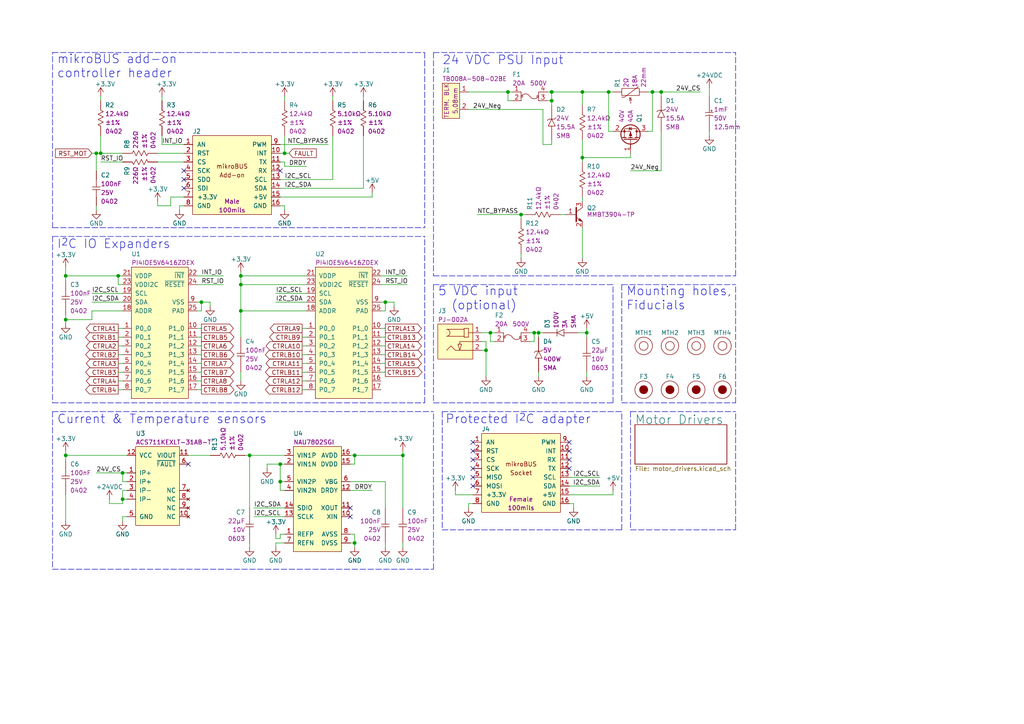
<source format=kicad_sch>
(kicad_sch (version 20211123) (generator eeschema)
  (paper "A4")
  (title_block (title "${title}") (date "${year}-${month}-${day}") (rev "${rev}") (company "${company}") (comment 1 "${author}"))
  (junction (at 147.32 26.67))
  (junction (at 19.05 92.71))
  (junction (at 160.02 26.67))
  (junction (at 27.94 44.45))
  (junction (at 176.53 26.67))
  (junction (at 82.55 44.45))
  (junction (at 81.28 134.62))
  (junction (at 191.77 26.67))
  (junction (at 81.28 139.7))
  (junction (at 140.97 101.6))
  (junction (at 156.21 96.52))
  (junction (at 29.21 44.45))
  (junction (at 111.76 87.63))
  (junction (at 160.02 29.21))
  (junction (at 116.84 132.08))
  (junction (at 35.56 137.16))
  (junction (at 34.29 80.01))
  (junction (at 72.39 132.08))
  (junction (at 69.85 90.17))
  (junction (at 19.05 132.08))
  (junction (at 102.87 157.48))
  (junction (at 189.23 26.67))
  (junction (at 58.42 87.63))
  (junction (at 35.56 144.78))
  (junction (at 154.94 96.52))
  (junction (at 168.91 26.67))
  (junction (at 170.18 96.52))
  (junction (at 142.24 96.52))
  (junction (at 69.85 82.55))
  (junction (at 19.05 80.01))
  (junction (at 102.87 132.08))
  (junction (at 151.13 62.23))
  (junction (at 69.85 80.01))
  (junction (at 168.91 45.72))
  (no_connect (at 81.28 49.53))
  (no_connect (at 137.16 135.89))
  (no_connect (at 165.1 135.89))
  (no_connect (at 137.16 128.27))
  (no_connect (at 53.34 54.61))
  (no_connect (at 137.16 140.97))
  (no_connect (at 165.1 133.35))
  (no_connect (at 137.16 130.81))
  (no_connect (at 101.6 147.32))
  (no_connect (at 165.1 128.27))
  (no_connect (at 53.34 52.07))
  (no_connect (at 137.16 133.35))
  (no_connect (at 165.1 130.81))
  (no_connect (at 137.16 138.43))
  (no_connect (at 53.34 49.53))
  (no_connect (at 101.6 149.86))
  (no_connect (at 54.61 134.62))
  (wire (pts (xy 81.28 41.91) (xy 95.25 41.91)))
  (wire (pts (xy 82.55 27.94) (xy 82.55 29.21)))
  (wire (pts (xy 81.28 142.24) (xy 82.55 142.24)))
  (wire (pts (xy 135.89 31.75) (xy 157.48 31.75)))
  (wire (pts (xy 82.55 139.7) (xy 81.28 139.7)))
  (polyline (pts (xy 125.73 15.24) (xy 213.36 15.24)))
  (wire (pts (xy 36.83 149.86) (xy 35.56 149.86)))
  (wire (pts (xy 140.97 99.06) (xy 140.97 101.6)))
  (wire (pts (xy 45.72 59.69) (xy 49.53 59.69)))
  (wire (pts (xy 72.39 132.08) (xy 71.12 132.08)))
  (wire (pts (xy 154.94 96.52) (xy 156.21 96.52)))
  (wire (pts (xy 147.32 26.67) (xy 148.59 26.67)))
  (wire (pts (xy 81.28 139.7) (xy 81.28 142.24)))
  (wire (pts (xy 111.76 95.25) (xy 110.49 95.25)))
  (wire (pts (xy 165.1 138.43) (xy 173.99 138.43)))
  (wire (pts (xy 187.96 26.67) (xy 189.23 26.67)))
  (wire (pts (xy 101.6 142.24) (xy 107.95 142.24)))
  (wire (pts (xy 114.3 87.63) (xy 114.3 88.9)))
  (wire (pts (xy 81.28 134.62) (xy 81.28 139.7)))
  (wire (pts (xy 177.8 38.1) (xy 176.53 38.1)))
  (wire (pts (xy 168.91 26.67) (xy 168.91 30.48)))
  (wire (pts (xy 45.72 59.69) (xy 45.72 58.42)))
  (polyline (pts (xy 15.24 119.38) (xy 125.73 119.38)))
  (wire (pts (xy 73.66 149.86) (xy 82.55 149.86)))
  (wire (pts (xy 81.28 59.69) (xy 82.55 59.69)))
  (wire (pts (xy 26.67 44.45) (xy 27.94 44.45)))
  (wire (pts (xy 160.02 40.64) (xy 160.02 41.91)))
  (wire (pts (xy 139.7 101.6) (xy 140.97 101.6)))
  (wire (pts (xy 58.42 110.49) (xy 57.15 110.49)))
  (wire (pts (xy 189.23 26.67) (xy 191.77 26.67)))
  (wire (pts (xy 160.02 26.67) (xy 168.91 26.67)))
  (wire (pts (xy 35.56 144.78) (xy 36.83 144.78)))
  (wire (pts (xy 34.29 107.95) (xy 35.56 107.95)))
  (wire (pts (xy 111.76 157.48) (xy 111.76 158.75)))
  (wire (pts (xy 35.56 144.78) (xy 35.56 146.05)))
  (wire (pts (xy 116.84 130.81) (xy 116.84 132.08)))
  (wire (pts (xy 111.76 87.63) (xy 114.3 87.63)))
  (wire (pts (xy 60.96 87.63) (xy 60.96 88.9)))
  (wire (pts (xy 137.16 146.05) (xy 135.89 146.05)))
  (wire (pts (xy 34.29 80.01) (xy 34.29 82.55)))
  (wire (pts (xy 82.55 44.45) (xy 83.82 44.45)))
  (polyline (pts (xy 15.24 66.04) (xy 15.24 15.24)))
  (wire (pts (xy 31.75 146.05) (xy 35.56 146.05)))
  (wire (pts (xy 153.67 99.06) (xy 154.94 99.06)))
  (wire (pts (xy 132.08 143.51) (xy 132.08 142.24)))
  (wire (pts (xy 69.85 107.95) (xy 69.85 110.49)))
  (wire (pts (xy 138.43 62.23) (xy 151.13 62.23)))
  (wire (pts (xy 170.18 96.52) (xy 170.18 97.79)))
  (wire (pts (xy 45.72 44.45) (xy 53.34 44.45)))
  (wire (pts (xy 139.7 96.52) (xy 142.24 96.52)))
  (wire (pts (xy 73.66 147.32) (xy 82.55 147.32)))
  (wire (pts (xy 111.76 90.17) (xy 111.76 87.63)))
  (wire (pts (xy 177.8 143.51) (xy 177.8 142.24)))
  (wire (pts (xy 72.39 147.32) (xy 72.39 132.08)))
  (wire (pts (xy 191.77 49.53) (xy 191.77 38.1)))
  (wire (pts (xy 34.29 102.87) (xy 35.56 102.87)))
  (wire (pts (xy 88.9 82.55) (xy 69.85 82.55)))
  (wire (pts (xy 87.63 110.49) (xy 88.9 110.49)))
  (wire (pts (xy 81.28 52.07) (xy 96.52 52.07)))
  (wire (pts (xy 31.75 144.78) (xy 31.75 146.05)))
  (wire (pts (xy 19.05 143.51) (xy 19.05 151.13)))
  (wire (pts (xy 36.83 139.7) (xy 35.56 139.7)))
  (wire (pts (xy 116.84 132.08) (xy 116.84 147.32)))
  (wire (pts (xy 34.29 80.01) (xy 35.56 80.01)))
  (wire (pts (xy 69.85 90.17) (xy 69.85 82.55)))
  (wire (pts (xy 87.63 102.87) (xy 88.9 102.87)))
  (wire (pts (xy 148.59 29.21) (xy 147.32 29.21)))
  (wire (pts (xy 111.76 100.33) (xy 110.49 100.33)))
  (wire (pts (xy 165.1 140.97) (xy 173.99 140.97)))
  (polyline (pts (xy 177.8 116.84) (xy 177.8 82.55)))
  (wire (pts (xy 35.56 137.16) (xy 36.83 137.16)))
  (polyline (pts (xy 213.36 116.84) (xy 213.36 82.55)))
  (polyline (pts (xy 128.27 119.38) (xy 128.27 153.67)))
  (wire (pts (xy 87.63 113.03) (xy 88.9 113.03)))
  (wire (pts (xy 81.28 46.99) (xy 82.55 46.99)))
  (wire (pts (xy 19.05 92.71) (xy 19.05 93.98)))
  (wire (pts (xy 58.42 95.25) (xy 57.15 95.25)))
  (wire (pts (xy 82.55 48.26) (xy 82.55 46.99)))
  (wire (pts (xy 87.63 100.33) (xy 88.9 100.33)))
  (wire (pts (xy 88.9 80.01) (xy 69.85 80.01)))
  (wire (pts (xy 49.53 57.15) (xy 49.53 59.69)))
  (wire (pts (xy 182.88 45.72) (xy 168.91 45.72)))
  (wire (pts (xy 34.29 100.33) (xy 35.56 100.33)))
  (polyline (pts (xy 182.88 119.38) (xy 182.88 153.67)))
  (wire (pts (xy 35.56 90.17) (xy 26.67 90.17)))
  (wire (pts (xy 182.88 49.53) (xy 191.77 49.53)))
  (polyline (pts (xy 15.24 15.24) (xy 123.19 15.24)))
  (wire (pts (xy 154.94 96.52) (xy 154.94 99.06)))
  (wire (pts (xy 29.21 46.99) (xy 35.56 46.99)))
  (wire (pts (xy 53.34 57.15) (xy 49.53 57.15)))
  (polyline (pts (xy 125.73 80.01) (xy 213.36 80.01)))
  (wire (pts (xy 187.96 38.1) (xy 189.23 38.1)))
  (polyline (pts (xy 182.88 119.38) (xy 213.36 119.38)))
  (wire (pts (xy 153.67 96.52) (xy 154.94 96.52)))
  (polyline (pts (xy 128.27 119.38) (xy 180.34 119.38)))
  (wire (pts (xy 80.01 156.21) (xy 81.28 156.21)))
  (wire (pts (xy 111.76 105.41) (xy 110.49 105.41)))
  (wire (pts (xy 160.02 26.67) (xy 160.02 29.21)))
  (wire (pts (xy 81.28 44.45) (xy 82.55 44.45)))
  (wire (pts (xy 82.55 134.62) (xy 81.28 134.62)))
  (wire (pts (xy 69.85 90.17) (xy 88.9 90.17)))
  (wire (pts (xy 80.01 157.48) (xy 82.55 157.48)))
  (polyline (pts (xy 213.36 153.67) (xy 213.36 119.38)))
  (wire (pts (xy 105.41 39.37) (xy 105.41 54.61)))
  (wire (pts (xy 158.75 26.67) (xy 160.02 26.67)))
  (wire (pts (xy 19.05 133.35) (xy 19.05 132.08)))
  (wire (pts (xy 81.28 134.62) (xy 77.47 134.62)))
  (wire (pts (xy 135.89 146.05) (xy 135.89 147.32)))
  (wire (pts (xy 57.15 90.17) (xy 58.42 90.17)))
  (wire (pts (xy 54.61 132.08) (xy 60.96 132.08)))
  (wire (pts (xy 101.6 154.94) (xy 102.87 154.94)))
  (wire (pts (xy 168.91 26.67) (xy 176.53 26.67)))
  (wire (pts (xy 102.87 157.48) (xy 102.87 158.75)))
  (polyline (pts (xy 180.34 153.67) (xy 180.34 119.38)))
  (wire (pts (xy 110.49 90.17) (xy 111.76 90.17)))
  (wire (pts (xy 165.1 143.51) (xy 177.8 143.51)))
  (wire (pts (xy 35.56 82.55) (xy 34.29 82.55)))
  (wire (pts (xy 26.67 85.09) (xy 35.56 85.09)))
  (polyline (pts (xy 125.73 15.24) (xy 125.73 80.01)))
  (polyline (pts (xy 125.73 116.84) (xy 177.8 116.84)))
  (polyline (pts (xy 180.34 82.55) (xy 213.36 82.55)))
  (wire (pts (xy 81.28 156.21) (xy 81.28 154.94)))
  (wire (pts (xy 170.18 107.95) (xy 170.18 109.22)))
  (wire (pts (xy 110.49 87.63) (xy 111.76 87.63)))
  (polyline (pts (xy 123.19 116.84) (xy 123.19 68.58)))
  (polyline (pts (xy 182.88 153.67) (xy 213.36 153.67)))
  (wire (pts (xy 77.47 134.62) (xy 77.47 135.89)))
  (wire (pts (xy 19.05 130.81) (xy 19.05 132.08)))
  (wire (pts (xy 27.94 59.69) (xy 27.94 60.96)))
  (wire (pts (xy 19.05 80.01) (xy 19.05 77.47)))
  (wire (pts (xy 82.55 59.69) (xy 82.55 60.96)))
  (wire (pts (xy 57.15 87.63) (xy 58.42 87.63)))
  (wire (pts (xy 34.29 95.25) (xy 35.56 95.25)))
  (wire (pts (xy 165.1 146.05) (xy 166.37 146.05)))
  (wire (pts (xy 205.74 25.4) (xy 205.74 27.94)))
  (wire (pts (xy 72.39 132.08) (xy 82.55 132.08)))
  (wire (pts (xy 29.21 44.45) (xy 35.56 44.45)))
  (wire (pts (xy 19.05 92.71) (xy 26.67 92.71)))
  (polyline (pts (xy 15.24 119.38) (xy 15.24 165.1)))
  (wire (pts (xy 19.05 80.01) (xy 34.29 80.01)))
  (wire (pts (xy 167.64 96.52) (xy 170.18 96.52)))
  (wire (pts (xy 19.05 91.44) (xy 19.05 92.71)))
  (wire (pts (xy 36.83 142.24) (xy 35.56 142.24)))
  (wire (pts (xy 156.21 96.52) (xy 156.21 97.79)))
  (wire (pts (xy 205.74 38.1) (xy 205.74 39.37)))
  (wire (pts (xy 34.29 113.03) (xy 35.56 113.03)))
  (wire (pts (xy 96.52 27.94) (xy 96.52 29.21)))
  (wire (pts (xy 151.13 73.66) (xy 151.13 74.93)))
  (polyline (pts (xy 125.73 82.55) (xy 177.8 82.55)))
  (wire (pts (xy 35.56 139.7) (xy 35.56 137.16)))
  (wire (pts (xy 87.63 105.41) (xy 88.9 105.41)))
  (wire (pts (xy 58.42 113.03) (xy 57.15 113.03)))
  (wire (pts (xy 111.76 97.79) (xy 110.49 97.79)))
  (wire (pts (xy 19.05 81.28) (xy 19.05 80.01)))
  (wire (pts (xy 168.91 66.04) (xy 168.91 74.93)))
  (wire (pts (xy 45.72 46.99) (xy 53.34 46.99)))
  (wire (pts (xy 46.99 27.94) (xy 46.99 29.21)))
  (wire (pts (xy 147.32 29.21) (xy 147.32 26.67)))
  (wire (pts (xy 27.94 49.53) (xy 27.94 44.45)))
  (wire (pts (xy 170.18 95.25) (xy 170.18 96.52)))
  (wire (pts (xy 189.23 26.67) (xy 189.23 38.1)))
  (wire (pts (xy 176.53 26.67) (xy 177.8 26.67)))
  (wire (pts (xy 160.02 29.21) (xy 160.02 30.48)))
  (wire (pts (xy 80.01 154.94) (xy 80.01 156.21)))
  (polyline (pts (xy 125.73 165.1) (xy 125.73 119.38)))
  (wire (pts (xy 87.63 95.25) (xy 88.9 95.25)))
  (wire (pts (xy 19.05 132.08) (xy 36.83 132.08)))
  (wire (pts (xy 116.84 157.48) (xy 116.84 158.75)))
  (wire (pts (xy 135.89 26.67) (xy 147.32 26.67)))
  (wire (pts (xy 101.6 132.08) (xy 102.87 132.08)))
  (wire (pts (xy 69.85 90.17) (xy 69.85 97.79)))
  (polyline (pts (xy 180.34 116.84) (xy 213.36 116.84)))
  (wire (pts (xy 102.87 154.94) (xy 102.87 157.48)))
  (wire (pts (xy 80.01 157.48) (xy 80.01 158.75)))
  (wire (pts (xy 116.84 132.08) (xy 102.87 132.08)))
  (wire (pts (xy 156.21 107.95) (xy 156.21 109.22)))
  (wire (pts (xy 58.42 87.63) (xy 60.96 87.63)))
  (wire (pts (xy 168.91 45.72) (xy 168.91 46.99)))
  (wire (pts (xy 58.42 105.41) (xy 57.15 105.41)))
  (wire (pts (xy 151.13 62.23) (xy 152.4 62.23)))
  (wire (pts (xy 101.6 134.62) (xy 102.87 134.62)))
  (wire (pts (xy 81.28 54.61) (xy 105.41 54.61)))
  (wire (pts (xy 101.6 157.48) (xy 102.87 157.48)))
  (wire (pts (xy 139.7 99.06) (xy 140.97 99.06)))
  (wire (pts (xy 151.13 62.23) (xy 151.13 63.5)))
  (wire (pts (xy 80.01 87.63) (xy 88.9 87.63)))
  (wire (pts (xy 26.67 87.63) (xy 35.56 87.63)))
  (wire (pts (xy 35.56 142.24) (xy 35.56 144.78)))
  (wire (pts (xy 191.77 26.67) (xy 191.77 27.94)))
  (wire (pts (xy 176.53 26.67) (xy 176.53 38.1)))
  (wire (pts (xy 57.15 80.01) (xy 64.77 80.01)))
  (wire (pts (xy 110.49 82.55) (xy 118.11 82.55)))
  (polyline (pts (xy 15.24 68.58) (xy 123.19 68.58)))
  (wire (pts (xy 143.51 99.06) (xy 142.24 99.06)))
  (wire (pts (xy 81.28 154.94) (xy 82.55 154.94)))
  (polyline (pts (xy 123.19 15.24) (xy 123.19 66.04)))
  (wire (pts (xy 168.91 45.72) (xy 168.91 40.64)))
  (wire (pts (xy 142.24 96.52) (xy 143.51 96.52)))
  (wire (pts (xy 110.49 80.01) (xy 118.11 80.01)))
  (wire (pts (xy 35.56 149.86) (xy 35.56 151.13)))
  (wire (pts (xy 156.21 96.52) (xy 157.48 96.52)))
  (wire (pts (xy 87.63 97.79) (xy 88.9 97.79)))
  (wire (pts (xy 157.48 41.91) (xy 157.48 31.75)))
  (polyline (pts (xy 125.73 82.55) (xy 125.73 116.84)))
  (wire (pts (xy 58.42 100.33) (xy 57.15 100.33)))
  (wire (pts (xy 82.55 48.26) (xy 88.9 48.26)))
  (wire (pts (xy 105.41 27.94) (xy 105.41 29.21)))
  (wire (pts (xy 57.15 82.55) (xy 64.77 82.55)))
  (wire (pts (xy 72.39 157.48) (xy 72.39 158.75)))
  (wire (pts (xy 140.97 101.6) (xy 140.97 109.22)))
  (polyline (pts (xy 128.27 153.67) (xy 180.34 153.67)))
  (polyline (pts (xy 15.24 66.04) (xy 123.19 66.04)))
  (wire (pts (xy 34.29 110.49) (xy 35.56 110.49)))
  (wire (pts (xy 160.02 41.91) (xy 157.48 41.91)))
  (polyline (pts (xy 213.36 80.01) (xy 213.36 15.24)))
  (polyline (pts (xy 15.24 116.84) (xy 123.19 116.84)))
  (wire (pts (xy 96.52 39.37) (xy 96.52 52.07)))
  (wire (pts (xy 52.07 60.96) (xy 52.07 59.69)))
  (wire (pts (xy 58.42 102.87) (xy 57.15 102.87)))
  (polyline (pts (xy 180.34 82.55) (xy 180.34 116.84)))
  (wire (pts (xy 46.99 39.37) (xy 46.99 41.91)))
  (wire (pts (xy 102.87 134.62) (xy 102.87 132.08)))
  (wire (pts (xy 81.28 57.15) (xy 107.95 57.15)))
  (wire (pts (xy 182.88 44.45) (xy 182.88 45.72)))
  (polyline (pts (xy 15.24 165.1) (xy 125.73 165.1)))
  (wire (pts (xy 52.07 59.69) (xy 53.34 59.69)))
  (wire (pts (xy 29.21 27.94) (xy 29.21 29.21)))
  (wire (pts (xy 58.42 107.95) (xy 57.15 107.95)))
  (wire (pts (xy 69.85 80.01) (xy 69.85 78.74)))
  (wire (pts (xy 27.94 44.45) (xy 29.21 44.45)))
  (wire (pts (xy 166.37 146.05) (xy 166.37 147.32)))
  (wire (pts (xy 111.76 107.95) (xy 110.49 107.95)))
  (wire (pts (xy 29.21 39.37) (xy 29.21 44.45)))
  (wire (pts (xy 162.56 62.23) (xy 163.83 62.23)))
  (wire (pts (xy 158.75 29.21) (xy 160.02 29.21)))
  (wire (pts (xy 34.29 97.79) (xy 35.56 97.79)))
  (wire (pts (xy 137.16 143.51) (xy 132.08 143.51)))
  (wire (pts (xy 35.56 137.16) (xy 27.94 137.16)))
  (wire (pts (xy 168.91 57.15) (xy 168.91 58.42)))
  (wire (pts (xy 191.77 26.67) (xy 203.2 26.67)))
  (wire (pts (xy 26.67 90.17) (xy 26.67 92.71)))
  (wire (pts (xy 58.42 87.63) (xy 58.42 90.17)))
  (wire (pts (xy 82.55 39.37) (xy 82.55 44.45)))
  (wire (pts (xy 80.01 85.09) (xy 88.9 85.09)))
  (wire (pts (xy 34.29 105.41) (xy 35.56 105.41)))
  (wire (pts (xy 46.99 41.91) (xy 53.34 41.91)))
  (wire (pts (xy 101.6 139.7) (xy 111.76 139.7)))
  (wire (pts (xy 69.85 82.55) (xy 69.85 80.01)))
  (wire (pts (xy 142.24 99.06) (xy 142.24 96.52)))
  (wire (pts (xy 107.95 55.88) (xy 107.95 57.15)))
  (polyline (pts (xy 15.24 68.58) (xy 15.24 116.84)))
  (wire (pts (xy 58.42 97.79) (xy 57.15 97.79)))
  (wire (pts (xy 87.63 107.95) (xy 88.9 107.95)))
  (wire (pts (xy 111.76 139.7) (xy 111.76 147.32)))
  (wire (pts (xy 111.76 102.87) (xy 110.49 102.87)))
  (text "24 VDC PSU Input" (at 128.27 19.05 0) (effects (font (size 2.54 2.54)) (justify left bottom)))
  (text "5 VDC input \n  (optional)" (at 127 90.17 0) (effects (font (size 2.54 2.54)) (justify left bottom)))
  (text "Protected I^{2}C adapter" (at 171.45 123.19 180) (effects (font (size 2.54 2.54)) (justify right bottom)))
  (text "I^{2}C IO Expanders" (at 16.51 72.39 0) (effects (font (size 2.54 2.54)) (justify left bottom)))
  (text "mikroBUS add-on\ncontroller header" (at 16.51 22.86 0) (effects (font (size 2.54 2.54)) (justify left bottom)))
  (text "Mounting holes, \nFiducials" (at 181.61 90.17 0) (effects (font (size 2.54 2.54)) (justify left bottom)))
  (text "Current & Temperature sensors" (at 16.51 123.19 0) (effects (font (size 2.54 2.54)) (justify left bottom)))
  (label "I2C_SDA" (at 80.01 87.63 0))
  (label "I2C_SCL" (at 73.66 149.86 0))
  (label "I2C_SDA" (at 26.67 87.63 0))
  (label "NTC_BYPASS" (at 95.25 41.91 180))
  (label "24V_Neg" (at 137.16 31.75 0))
  (label "24V_Neg" (at 182.88 49.53 0))
  (label "INT_IO" (at 46.99 41.91 0))
  (label "INT_IO" (at 111.76 80.01 0))
  (label "24V_CS" (at 27.94 137.16 0))
  (label "I2C_SCL" (at 173.99 138.43 180))
  (label "RST_IO" (at 111.76 82.55 0))
  (label "I2C_SDA" (at 73.66 147.32 0))
  (label "RST_IO" (at 29.21 46.99 0))
  (label "I2C_SDA" (at 173.99 140.97 180))
  (label "I2C_SCL" (at 80.01 85.09 0))
  (label "24V_CS" (at 203.2 26.67 180))
  (label "INT_IO" (at 58.42 80.01 0))
  (label "I2C_SCL" (at 82.55 52.07 0))
  (label "RST_IO" (at 58.42 82.55 0))
  (label "I2C_SCL" (at 26.67 85.09 0))
  (label "DRDY" (at 88.9 48.26 180))
  (label "DRDY" (at 107.95 142.24 180))
  (label "I2C_SDA" (at 82.55 54.61 0))
  (label "NTC_BYPASS" (at 138.43 62.23 0))
  (global_label "CTRLA11" (shape output) (at 87.63 105.41 180) (property "Intersheet References" "${INTERSHEET_REFS}" (effects hide)))
  (global_label "CTRLB6" (shape output) (at 58.42 102.87 0) (property "Intersheet References" "${INTERSHEET_REFS}" (effects hide)))
  (global_label "CTRLA15" (shape output) (at 111.76 105.41 0) (property "Intersheet References" "${INTERSHEET_REFS}" (effects hide)))
  (global_label "CTRLA9" (shape output) (at 87.63 95.25 180) (property "Intersheet References" "${INTERSHEET_REFS}" (effects hide)))
  (global_label "RST_MOT" (shape input) (at 26.67 44.45 180) (property "Intersheet References" "${INTERSHEET_REFS}" (effects hide)))
  (global_label "CTRLA6" (shape output) (at 58.42 100.33 0) (property "Intersheet References" "${INTERSHEET_REFS}" (effects hide)))
  (global_label "CTRLB2" (shape output) (at 34.29 102.87 180) (property "Intersheet References" "${INTERSHEET_REFS}" (effects hide)))
  (global_label "CTRLA5" (shape output) (at 58.42 95.25 0) (property "Intersheet References" "${INTERSHEET_REFS}" (effects hide)))
  (global_label "CTRLB1" (shape output) (at 34.29 97.79 180) (property "Intersheet References" "${INTERSHEET_REFS}" (effects hide)))
  (global_label "CTRLB4" (shape output) (at 34.29 113.03 180) (property "Intersheet References" "${INTERSHEET_REFS}" (effects hide)))
  (global_label "CTRLB13" (shape output) (at 111.76 97.79 0) (property "Intersheet References" "${INTERSHEET_REFS}" (effects hide)))
  (global_label "CTRLA12" (shape output) (at 87.63 110.49 180) (property "Intersheet References" "${INTERSHEET_REFS}" (effects hide)))
  (global_label "CTRLA10" (shape output) (at 87.63 100.33 180) (property "Intersheet References" "${INTERSHEET_REFS}" (effects hide)))
  (global_label "CTRLB12" (shape output) (at 87.63 113.03 180) (property "Intersheet References" "${INTERSHEET_REFS}" (effects hide)))
  (global_label "CTRLB14" (shape output) (at 111.76 102.87 0) (property "Intersheet References" "${INTERSHEET_REFS}" (effects hide)))
  (global_label "CTRLB8" (shape output) (at 58.42 113.03 0) (property "Intersheet References" "${INTERSHEET_REFS}" (effects hide)))
  (global_label "CTRLA7" (shape output) (at 58.42 105.41 0) (property "Intersheet References" "${INTERSHEET_REFS}" (effects hide)))
  (global_label "CTRLA4" (shape output) (at 34.29 110.49 180) (property "Intersheet References" "${INTERSHEET_REFS}" (effects hide)))
  (global_label "CTRLB9" (shape output) (at 87.63 97.79 180) (property "Intersheet References" "${INTERSHEET_REFS}" (effects hide)))
  (global_label "CTRLA14" (shape output) (at 111.76 100.33 0) (property "Intersheet References" "${INTERSHEET_REFS}" (effects hide)))
  (global_label "CTRLB5" (shape output) (at 58.42 97.79 0) (property "Intersheet References" "${INTERSHEET_REFS}" (effects hide)))
  (global_label "CTRLB3" (shape output) (at 34.29 107.95 180) (property "Intersheet References" "${INTERSHEET_REFS}" (effects hide)))
  (global_label "CTRLB11" (shape output) (at 87.63 107.95 180) (property "Intersheet References" "${INTERSHEET_REFS}" (effects hide)))
  (global_label "CTRLA3" (shape output) (at 34.29 105.41 180) (property "Intersheet References" "${INTERSHEET_REFS}" (effects hide)))
  (global_label "CTRLA1" (shape output) (at 34.29 95.25 180) (property "Intersheet References" "${INTERSHEET_REFS}" (effects hide)))
  (global_label "CTRLA13" (shape output) (at 111.76 95.25 0) (property "Intersheet References" "${INTERSHEET_REFS}" (effects hide)))
  (global_label "CTRLA2" (shape output) (at 34.29 100.33 180) (property "Intersheet References" "${INTERSHEET_REFS}" (effects hide)))
  (global_label "CTRLA8" (shape output) (at 58.42 110.49 0) (property "Intersheet References" "${INTERSHEET_REFS}" (effects hide)))
  (global_label "CTRLB7" (shape output) (at 58.42 107.95 0) (property "Intersheet References" "${INTERSHEET_REFS}" (effects hide)))
  (global_label "CTRLB15" (shape output) (at 111.76 107.95 0) (property "Intersheet References" "${INTERSHEET_REFS}" (effects hide)))
  (global_label "CTRLB10" (shape output) (at 87.63 102.87 180) (property "Intersheet References" "${INTERSHEET_REFS}" (effects hide)))
  (global_label "FAULT" (shape input) (at 83.82 44.45 0) (property "Intersheet References" "${INTERSHEET_REFS}" (effects hide)))
  (symbol (lib_id "power:GND") (at 102.87 158.75 0) (unit 1)
    (property "Reference" "#PWR038" (effects hide))
    (property "Value" "GND" (at 102.87 162.56 0))
  )
  (symbol (lib_id "connaxio-diodes:DIO_TVS_5V_UNI_SMA") (at 156.21 102.87 0) (unit 1)
    (property "Reference" "D4" (at 157.48 99.06 0) (effects (justify left)))
    (property "Value" "DIO_TVS_5V_UNI_SMA" (effects hide))
    (property "Footprint" "connaxio-diodes:DO-214AC_SMA" (effects hide))
    (property "Datasheet" "https://www.littelfuse.com/~/media/electronics/datasheets/tvs_diodes/littelfuse_tvs_diode_smaj_datasheet.pdf.pdf" (effects hide))
    (property "Current" "43.5A" (effects hide))
    (property "Manufacturer" "Littelfuse Inc." (effects hide))
    (property "Manufacturer Part Number" "SMAJ5.0A" (effects hide))
    (property "Package" "SMA" (at 157.48 106.68 0) (effects (justify left)))
    (property "Temperature" "-65°C to +150°C" (effects hide))
    (property "Polarized" "Yes" (effects hide))
    (property "Voltage" "5V" (at 157.48 101.6 0) (effects (justify left)))
    (property "Power" "400W" (at 157.48 104.14 0) (effects (justify left)))
  )
  (symbol (lib_id "connaxio-diodes:DIO_TVS_24V_UNI_SMB") (at 160.02 35.56 0) (unit 1)
    (property "Reference" "D2" (at 161.29 31.75 0) (effects (justify left)))
    (property "Value" "DIO_TVS_24V_UNI_SMB" (effects hide))
    (property "Footprint" "connaxio-diodes:DO-124AA_SMB" (effects hide))
    (property "Datasheet" "https://www.littelfuse.com/~/media/electronics/datasheets/tvs_diodes/littelfuse_tvs_diode_smbj_datasheet.pdf.pdf" (effects hide))
    (property "Current" "15.5A" (at 161.29 36.83 0) (effects (justify left)))
    (property "Manufacturer" "Littelfuse Inc." (effects hide))
    (property "Manufacturer Part Number" "SMBJ24A" (effects hide))
    (property "Package" "SMB" (at 161.29 39.37 0) (effects (justify left)))
    (property "Temperature" "-65°C to +150°C" (effects hide))
    (property "Polarized" "Yes" (effects hide))
    (property "Voltage" "24V" (at 161.29 34.29 0) (effects (justify left)))
  )
  (symbol (lib_id "power:+3.3V") (at 69.85 78.74 0) (unit 1)
    (property "Reference" "#PWR016" (effects hide))
    (property "Value" "+3.3V" (at 69.85 75.184 0))
  )
  (symbol (lib_id "power:+3.3V") (at 46.99 27.94 0) (unit 1)
    (property "Reference" "#PWR03" (effects hide))
    (property "Value" "+3.3V" (at 48.26 24.384 0))
  )
  (symbol (lib_id "connaxio-resistors:NTC_SL22 2R018") (at 182.88 26.67 90) (unit 1)
    (property "Reference" "R1" (at 179.07 25.4 0) (effects (justify left)))
    (property "Value" "NTC_SL22 2R018" (effects hide))
    (property "Footprint" "connaxio-resistors:RV_DISC_D22_W6_P7.8" (effects hide))
    (property "Datasheet" "https://www.ametherm.com/datasheetspdf/SL222R018.pdf" (effects hide))
    (property "Manufacturer" "Stackpole Electronics Inc" (effects hide))
    (property "Manufacturer Part Number" "SL22 2R018" (effects hide))
    (property "Package" "22mm" (at 186.69 25.4 0) (effects (justify left)))
    (property "Polarized" "No" (effects hide))
    (property "Power" "1/16W" (effects hide))
    (property "Property" "2Ω" (at 181.61 25.4 0) (effects (justify left)))
    (property "Temperature" "-55°C to +214°C" (effects hide))
    (property "Tolerance" "20%" (effects hide))
    (property "Voltage" "50V" (effects hide))
    (property "Current" "18A" (at 184.15 25.4 0) (effects (justify left)))
  )
  (symbol (lib_id "power:+5V") (at 177.8 142.24 0) (unit 1)
    (property "Reference" "#PWR029" (effects hide))
    (property "Value" "+5V" (at 177.8 138.684 0))
  )
  (symbol (lib_id "connaxio-resistors:RES_5.10KΩ_1%_0402") (at 105.41 34.29 0) (unit 1)
    (property "Reference" "R6" (at 106.68 30.48 0) (effects (justify left)))
    (property "Value" "RES_5.10KΩ_1%_0402" (effects hide))
    (property "Footprint" "connaxio-resistors:RES_0402_1005M" (effects hide))
    (property "Datasheet" "https://www.seielect.com/catalog/sei-rmcf_rmcp.pdf" (effects hide))
    (property "Manufacturer" "Stackpole Electronics Inc" (effects hide))
    (property "Manufacturer Part Number" "RMCF0402FT5K10" (effects hide))
    (property "Package" "0402" (at 106.68 38.1 0) (effects (justify left)))
    (property "Polarized" "No" (effects hide))
    (property "Power" "1/16W" (effects hide))
    (property "Property" "5.10kΩ" (at 106.68 33.02 0) (effects (justify left)))
    (property "Temperature" "-55°C to +155°C" (effects hide))
    (property "Tolerance" "±1%" (at 106.68 35.56 0) (effects (justify left)))
    (property "Voltage" "50V" (effects hide))
  )
  (symbol (lib_id "power:GND") (at 205.74 39.37 0) (unit 1)
    (property "Reference" "#PWR07" (effects hide))
    (property "Value" "GND" (at 205.74 43.18 0))
  )
  (symbol (lib_id "power:GND") (at 19.05 151.13 0) (unit 1)
    (property "Reference" "#PWR033" (effects hide))
    (property "Value" "GND" (at 19.05 154.94 0))
  )
  (symbol (lib_id "connaxio-transistors:TRX_NPN_MMBT3904-TP") (at 167.64 62.23 0) (unit 1)
    (property "Reference" "Q2" (at 170.18 60.325 0) (effects (justify left)))
    (property "Value" "TRX_NPN_MMBT3904-TP" (effects hide))
    (property "Footprint" "connaxio-sop:SOT-23-3" (effects hide))
    (property "Datasheet" "https://www.mccsemi.com/pdf/Products/MMBT3904(SOT-23).pdf" (effects hide))
    (property "Current" "200mA" (effects hide))
    (property "Manufacturer" "Micro Commercial Co" (effects hide))
    (property "Manufacturer Part Number" "MMBT3904-TP" (at 170.18 62.23 0) (effects (justify left)))
    (property "Package" "SOT-23-3" (effects hide))
    (property "Polarized" "No" (effects hide))
    (property "Temperature" "-55°C to +150°C" (effects hide))
    (property "Voltage" "40V" (effects hide))
    (property "Property" "NPN" (effects hide))
  )
  (symbol (lib_id "power:GND") (at 156.21 109.22 0) (unit 1)
    (property "Reference" "#PWR022" (effects hide))
    (property "Value" "GND" (at 156.21 113.03 0))
  )
  (symbol (lib_id "power:GND") (at 168.91 74.93 0) (unit 1)
    (property "Reference" "#PWR014" (effects hide))
    (property "Value" "GND" (at 168.91 78.74 0))
  )
  (symbol (lib_id "connaxio-mechanical:FID_1X3") (at 201.93 113.03 0) (unit 1) (in_bom no)
    (property "Reference" "F5" (at 201.93 109.22 0))
    (property "Value" "FID_1X3" (effects hide))
    (property "Footprint" "connaxio-mechanical:FID_1X3" (effects hide))
  )
  (symbol (lib_id "connaxio-connectors:FUS_BLADE_MINI_3588-1") (at 153.67 27.94 0) (unit 1)
    (property "Reference" "F1" (at 148.59 21.59 0) (effects (justify left)))
    (property "Value" "FUS_BLADE_MINI_3588-1" (effects hide))
    (property "Footprint" "connaxio-connectors:FUS_BLADE_MINI_3588-1" (effects hide))
    (property "Datasheet" "http://www.keystoneelectronics.net/ENG._DEPT/WEB_ORACLE/PDF/PDF%20CAT%20NO%20DRAWINGS/3000-3999/3588-1.PDF" (effects hide))
    (property "Current" "20A" (at 148.59 24.13 0) (effects (justify left)))
    (property "Polarized" "No" (effects hide))
    (property "Voltage" "500V" (at 153.67 24.13 0) (effects (justify left)))
    (property "Note" "Female" (effects hide))
    (property "Package" "TH" (effects hide))
    (property "Manufacturer" "Keystone Electronics" (effects hide))
    (property "Manufacturer Part Number" "3588-1" (effects hide))
  )
  (symbol (lib_id "connaxio-mechanical:MTH_M5_NPTH") (at 209.55 100.33 0) (unit 1) (in_bom no)
    (property "Reference" "MTH4" (at 209.55 96.52 0))
    (property "Value" "MTH_M5_NPTH" (effects hide))
    (property "Footprint" "connaxio-mechanical:MTH_M5_NPTH" (effects hide))
    (property "Property" "5.5mm" (effects hide))
  )
  (symbol (lib_id "power:+3.3V") (at 45.72 58.42 0) (unit 1)
    (property "Reference" "#PWR09" (effects hide))
    (property "Value" "+3.3V" (at 45.72 54.864 0))
  )
  (symbol (lib_id "connaxio-capacitors:CAP_CER_22UF_10V_0603") (at 72.39 152.4 0) (mirror y) (unit 1)
    (property "Reference" "C7" (at 71.12 148.59 0) (effects (justify left)))
    (property "Value" "CAP_CER_22UF_10V_0603" (effects hide))
    (property "Footprint" "connaxio-capacitors:CAP_CER_0603_1608M" (effects hide))
    (property "Datasheet" "https://media.digikey.com/pdf/Data%20Sheets/Samsung%20PDFs/CL10A226MP8NUNC_Spec.pdf" (effects hide))
    (property "Property" "22µF" (at 71.12 151.13 0) (effects (justify left)))
    (property "Manufacturer" "Samsung Electro-Mechanics" (effects hide))
    (property "Manufacturer Part Number" "CL10A226MP8NUNE" (effects hide))
    (property "Package" "0603" (at 71.12 156.21 0) (effects (justify left)))
    (property "Polarized" "No" (effects hide))
    (property "Temperature" "-55°C to +85°C" (effects hide))
    (property "Tolerance" "±20%" (effects hide))
    (property "Voltage" "10V" (at 71.12 153.67 0) (effects (justify left)))
  )
  (symbol (lib_id "connaxio-power:+24VDC") (at 31.75 144.78 0) (unit 1)
    (property "Reference" "#PWR030" (effects hide))
    (property "Value" "+24VDC" (at 31.75 141.224 0))
  )
  (symbol (lib_id "power:+3.3V") (at 29.21 27.94 0) (unit 1)
    (property "Reference" "#PWR02" (effects hide))
    (property "Value" "+3.3V" (at 30.48 24.384 0))
  )
  (symbol (lib_id "power:GND") (at 166.37 147.32 0) (unit 1)
    (property "Reference" "#PWR032" (effects hide))
    (property "Value" "GND" (at 166.37 151.13 0))
  )
  (symbol (lib_id "power:GND") (at 80.01 158.75 0) (unit 1)
    (property "Reference" "#PWR037" (effects hide))
    (property "Value" "GND" (at 80.01 162.56 0))
  )
  (symbol (lib_id "power:+5V") (at 107.95 55.88 0) (unit 1)
    (property "Reference" "#PWR08" (effects hide))
    (property "Value" "+5V" (at 107.95 52.324 0))
  )
  (symbol (lib_id "power:+3.3V") (at 80.01 154.94 0) (unit 1)
    (property "Reference" "#PWR035" (effects hide))
    (property "Value" "+3.3V" (at 80.01 151.384 0))
  )
  (symbol (lib_id "connaxio-capacitors:CAP_CER_100NF_25V_0402") (at 19.05 138.43 0) (unit 1)
    (property "Reference" "C6" (at 20.32 134.62 0) (effects (justify left)))
    (property "Value" "CAP_CER_100NF_25V_0402" (effects hide))
    (property "Footprint" "connaxio-capacitors:CAP_CER_0402_1005M" (effects hide))
    (property "Datasheet" "https://media.digikey.com/pdf/Data%20Sheets/Samsung%20PDFs/CL05A104KA5NNNC.pdf" (effects hide))
    (property "Property" "100nF" (at 20.32 137.16 0) (effects (justify left)))
    (property "Manufacturer" "Samsung Electro-Mechanics" (effects hide))
    (property "Manufacturer Part Number" "CL05A104KA5NNNC" (effects hide))
    (property "Package" "0402" (at 20.32 142.24 0) (effects (justify left)))
    (property "Polarized" "No" (effects hide))
    (property "Temperature" "-55°C to +85°C" (effects hide))
    (property "Tolerance" "±10%" (effects hide))
    (property "Voltage" "25V" (at 20.32 139.7 0) (effects (justify left)))
  )
  (symbol (lib_id "connaxio-ic:IO_EXP_PI4IOE5V6416ZDEX") (at 91.44 77.47 0) (unit 1)
    (property "Reference" "U2" (at 91.44 73.66 0) (effects (justify left)))
    (property "Value" "IO_EXP_PI4IOE5V6416ZDEX" (effects hide))
    (property "Footprint" "connaxio-fp:QFN-24_4x4_P0.5_EP2.7X2.7" (effects hide))
    (property "Datasheet" "https://www.diodes.com/assets/Datasheets/PI4IOE5V6416.pdf" (effects hide))
    (property "Manufacturer" "Diodes Incorporated" (effects hide))
    (property "Manufacturer Part Number" "PI4IOE5V6416ZDEX" (at 91.44 76.2 0) (effects (justify left)))
    (property "Package" "24-VFQFN-EP" (effects hide))
    (property "Polarized" "Yes" (effects hide))
    (property "RoHS" "Yes" (effects hide))
    (property "Temperature" "-40°C to +85°C" (effects hide))
    (property "Voltage" "1.65V to 5.5V" (effects hide))
  )
  (symbol (lib_id "connaxio-resistors:RES_12.4KΩ_1%_0402") (at 82.55 34.29 0) (unit 1)
    (property "Reference" "R4" (at 83.82 30.48 0) (effects (justify left)))
    (property "Value" "RES_12.4KΩ_1%_0402" (effects hide))
    (property "Footprint" "connaxio-resistors:RES_0402_1005M" (effects hide))
    (property "Datasheet" "https://www.seielect.com/catalog/sei-rmcf_rmcp.pdf" (effects hide))
    (property "Manufacturer" "Stackpole Electronics Inc" (effects hide))
    (property "Manufacturer Part Number" "RMCF0402FT12K4" (effects hide))
    (property "Package" "0402" (at 83.82 38.1 0) (effects (justify left)))
    (property "Polarized" "No" (effects hide))
    (property "Power" "1/16W" (effects hide))
    (property "Property" "12.4kΩ" (at 83.82 33.02 0) (effects (justify left)))
    (property "Temperature" "-55°C to +155°C" (effects hide))
    (property "Tolerance" "±1%" (at 83.82 35.56 0) (effects (justify left)))
    (property "Voltage" "50V" (effects hide))
  )
  (symbol (lib_id "power:GND") (at 27.94 60.96 0) (unit 1)
    (property "Reference" "#PWR010" (effects hide))
    (property "Value" "GND" (at 27.94 64.77 0))
  )
  (symbol (lib_id "power:GND") (at 170.18 109.22 0) (unit 1)
    (property "Reference" "#PWR023" (effects hide))
    (property "Value" "GND" (at 170.18 113.03 0))
  )
  (symbol (lib_id "connaxio-resistors:RES_5.10KΩ_1%_0402") (at 66.04 132.08 90) (unit 1)
    (property "Reference" "R13" (at 62.23 130.81 0) (effects (justify left)))
    (property "Value" "RES_5.10KΩ_1%_0402" (effects hide))
    (property "Footprint" "connaxio-resistors:RES_0402_1005M" (effects hide))
    (property "Datasheet" "https://www.seielect.com/catalog/sei-rmcf_rmcp.pdf" (effects hide))
    (property "Manufacturer" "Stackpole Electronics Inc" (effects hide))
    (property "Manufacturer Part Number" "RMCF0402FT5K10" (effects hide))
    (property "Package" "0402" (at 69.85 130.81 0) (effects (justify left)))
    (property "Polarized" "No" (effects hide))
    (property "Power" "1/16W" (effects hide))
    (property "Property" "5.10kΩ" (at 64.77 130.81 0) (effects (justify left)))
    (property "Temperature" "-55°C to +155°C" (effects hide))
    (property "Tolerance" "±1%" (at 67.31 130.81 0) (effects (justify left)))
    (property "Voltage" "50V" (effects hide))
  )
  (symbol (lib_id "connaxio-connectors:CON_BARREL_2.1X5.5_PJ-002A") (at 127 93.98 0) (unit 1)
    (property "Reference" "J3" (at 127 90.17 0) (effects (justify left)))
    (property "Value" "CON_BARREL_2.1X5.5_PJ-002A" (effects hide))
    (property "Footprint" "connaxio-connectors:CON_BARREL_2.1X5.5_PJ-002A" (effects hide))
    (property "Datasheet" "https://www.cuidevices.com/product/resource/pj-002a.pdf" (effects hide))
    (property "Current" "2.5A" (effects hide))
    (property "Manufacturer" "CUI Devices" (effects hide))
    (property "Manufacturer Part Number" "PJ-002A" (at 127 92.71 0) (effects (justify left)))
    (property "Polarized" "Yes" (effects hide))
    (property "RoHS" "Yes" (effects hide))
    (property "Temperature" "-25°C ~ 85°C" (effects hide))
    (property "Voltage" "24V" (effects hide))
  )
  (symbol (lib_id "power:+3.3V") (at 82.55 27.94 0) (unit 1)
    (property "Reference" "#PWR04" (effects hide))
    (property "Value" "+3.3V" (at 82.55 24.384 0))
  )
  (symbol (lib_id "power:GND") (at 140.97 109.22 0) (unit 1)
    (property "Reference" "#PWR021" (effects hide))
    (property "Value" "GND" (at 140.97 113.03 0))
  )
  (symbol (lib_id "connaxio-resistors:RES_226Ω_1%_0402") (at 40.64 46.99 90) (mirror x) (unit 1)
    (property "Reference" "R9" (at 36.83 48.26 0) (effects (justify left)))
    (property "Value" "RES_226Ω_1%_0402" (effects hide))
    (property "Footprint" "connaxio-resistors:RES_0402_1005M" (effects hide))
    (property "Datasheet" "https://www.seielect.com/catalog/sei-rmcf_rmcp.pdf" (effects hide))
    (property "Manufacturer" "Stackpole Electronics Inc" (effects hide))
    (property "Manufacturer Part Number" "RMCF0402FT226R" (effects hide))
    (property "Package" "0402" (at 44.45 48.26 0) (effects (justify left)))
    (property "Polarized" "No" (effects hide))
    (property "Power" "1/16W" (effects hide))
    (property "Property" "226Ω" (at 39.37 48.26 0) (effects (justify left)))
    (property "Temperature" "-55°C to +155°C" (effects hide))
    (property "Tolerance" "±1%" (at 41.91 48.26 0) (effects (justify left)))
    (property "Voltage" "50V" (effects hide))
  )
  (symbol (lib_id "connaxio-connectors:CON_HDR_MIKROBUS_ADDON_TH") (at 55.88 39.37 0) (unit 1)
    (property "Reference" "J2" (at 55.88 38.1 0) (effects (justify left)))
    (property "Value" "CON_HDR_MIKROBUS_ADDON_TH" (effects hide))
    (property "Footprint" "connaxio-connectors:CON_HDR_MIKROBUS_ADDON_TH" (effects hide))
    (property "Current" "3A" (effects hide))
    (property "Polarized" "No" (effects hide))
    (property "Temperature" "-40°C to +105°C" (effects hide))
    (property "Property" "100mils" (at 67.31 60.96 0))
    (property "Voltage" "350V" (effects hide))
    (property "Note" "Male" (at 67.31 58.42 0))
    (property "Package" "TH" (effects hide))
  )
  (symbol (lib_id "power:GND") (at 35.56 151.13 0) (unit 1)
    (property "Reference" "#PWR034" (effects hide))
    (property "Value" "GND" (at 35.56 154.94 0))
  )
  (symbol (lib_id "connaxio-resistors:RES_12.4KΩ_1%_0402") (at 29.21 34.29 0) (unit 1)
    (property "Reference" "R2" (at 30.48 30.48 0) (effects (justify left)))
    (property "Value" "RES_12.4KΩ_1%_0402" (effects hide))
    (property "Footprint" "connaxio-resistors:RES_0402_1005M" (effects hide))
    (property "Datasheet" "https://www.seielect.com/catalog/sei-rmcf_rmcp.pdf" (effects hide))
    (property "Manufacturer" "Stackpole Electronics Inc" (effects hide))
    (property "Manufacturer Part Number" "RMCF0402FT12K4" (effects hide))
    (property "Package" "0402" (at 30.48 38.1 0) (effects (justify left)))
    (property "Polarized" "No" (effects hide))
    (property "Power" "1/16W" (effects hide))
    (property "Property" "12.4kΩ" (at 30.48 33.02 0) (effects (justify left)))
    (property "Temperature" "-55°C to +155°C" (effects hide))
    (property "Tolerance" "±1%" (at 30.48 35.56 0) (effects (justify left)))
    (property "Voltage" "50V" (effects hide))
  )
  (symbol (lib_id "power:GND") (at 116.84 158.75 0) (unit 1)
    (property "Reference" "#PWR040" (effects hide))
    (property "Value" "GND" (at 116.84 162.56 0))
  )
  (symbol (lib_id "power:GND") (at 52.07 60.96 0) (unit 1)
    (property "Reference" "#PWR011" (effects hide))
    (property "Value" "GND" (at 52.07 64.77 0))
  )
  (symbol (lib_id "connaxio-power:+24VDC") (at 205.74 25.4 0) (unit 1)
    (property "Reference" "#PWR01" (effects hide))
    (property "Value" "+24VDC" (at 205.74 21.844 0))
  )
  (symbol (lib_id "power:+3.3V") (at 19.05 77.47 0) (unit 1)
    (property "Reference" "#PWR015" (effects hide))
    (property "Value" "+3.3V" (at 19.05 73.914 0))
  )
  (symbol (lib_id "power:+3.3V") (at 132.08 142.24 0) (unit 1)
    (property "Reference" "#PWR028" (effects hide))
    (property "Value" "+3.3V" (at 132.08 138.684 0))
  )
  (symbol (lib_id "connaxio-resistors:RES_12.4KΩ_1%_0402") (at 168.91 35.56 0) (unit 1)
    (property "Reference" "R7" (at 170.18 31.75 0) (effects (justify left)))
    (property "Value" "RES_12.4KΩ_1%_0402" (effects hide))
    (property "Footprint" "connaxio-resistors:RES_0402_1005M" (effects hide))
    (property "Datasheet" "https://www.seielect.com/catalog/sei-rmcf_rmcp.pdf" (effects hide))
    (property "Manufacturer" "Stackpole Electronics Inc" (effects hide))
    (property "Manufacturer Part Number" "RMCF0402FT12K4" (effects hide))
    (property "Package" "0402" (at 170.18 39.37 0) (effects (justify left)))
    (property "Polarized" "No" (effects hide))
    (property "Power" "1/16W" (effects hide))
    (property "Property" "12.4kΩ" (at 170.18 34.29 0) (effects (justify left)))
    (property "Temperature" "-55°C to +155°C" (effects hide))
    (property "Tolerance" "±1%" (at 170.18 36.83 0) (effects (justify left)))
    (property "Voltage" "50V" (effects hide))
  )
  (symbol (lib_id "connaxio-mechanical:MTH_M5_NPTH") (at 194.31 100.33 0) (unit 1) (in_bom no)
    (property "Reference" "MTH2" (at 194.31 96.52 0))
    (property "Value" "MTH_M5_NPTH" (effects hide))
    (property "Footprint" "connaxio-mechanical:MTH_M5_NPTH" (effects hide))
    (property "Property" "5.5mm" (effects hide))
  )
  (symbol (lib_id "connaxio-resistors:RES_12.4KΩ_1%_0402") (at 168.91 52.07 0) (unit 1)
    (property "Reference" "R10" (at 170.18 48.26 0) (effects (justify left)))
    (property "Value" "RES_12.4KΩ_1%_0402" (effects hide))
    (property "Footprint" "connaxio-resistors:RES_0402_1005M" (effects hide))
    (property "Datasheet" "https://www.seielect.com/catalog/sei-rmcf_rmcp.pdf" (effects hide))
    (property "Manufacturer" "Stackpole Electronics Inc" (effects hide))
    (property "Manufacturer Part Number" "RMCF0402FT12K4" (effects hide))
    (property "Package" "0402" (at 170.18 55.88 0) (effects (justify left)))
    (property "Polarized" "No" (effects hide))
    (property "Power" "1/16W" (effects hide))
    (property "Property" "12.4kΩ" (at 170.18 50.8 0) (effects (justify left)))
    (property "Temperature" "-55°C to +155°C" (effects hide))
    (property "Tolerance" "±1%" (at 170.18 53.34 0) (effects (justify left)))
    (property "Voltage" "50V" (effects hide))
  )
  (symbol (lib_id "connaxio-capacitors:CAP_AE_1MF_50V_TH_12.5MM") (at 205.74 33.02 0) (unit 1)
    (property "Reference" "C1" (at 207.01 29.21 0) (effects (justify left)))
    (property "Value" "CAP_AE_1MF_50V_TH_12.5MM" (effects hide))
    (property "Footprint" "connaxio-capacitors:CAPAE_RAD_D12.5_H26.5_P5" (effects hide))
    (property "Datasheet" "https://www.rubycon.co.jp/wp-content/uploads/catalog-aluminum/PK.pdf" (effects hide))
    (property "Property" "1mF" (at 207.01 31.75 0) (effects (justify left)))
    (property "Current" "1.3A at 120Hz" (effects hide))
    (property "Manufacturer" "Rubycon" (effects hide))
    (property "Manufacturer Part Number" "50PK1000MEFCCC12.5X25" (effects hide))
    (property "Package" "12.5mm" (at 207.01 36.83 0) (effects (justify left)))
    (property "Polarized" "Yes" (effects hide))
    (property "Temperature" "-40°C to +85°C" (effects hide))
    (property "Tolerance" "±20%" (effects hide))
    (property "Voltage" "50V" (at 207.01 34.29 0) (effects (justify left)))
  )
  (symbol (lib_id "connaxio-connectors:CON_HDR_MIKROBUS_SOCKET_TH") (at 139.7 125.73 0) (unit 1)
    (property "Reference" "J4" (at 139.7 124.46 0) (effects (justify left)))
    (property "Value" "CON_HDR_MIKROBUS_SOCKET_TH" (effects hide))
    (property "Footprint" "connaxio-connectors:CON_HDR_MIKROBUS_SOCKET_TH" (effects hide))
    (property "Current" "3A" (effects hide))
    (property "Polarized" "No" (effects hide))
    (property "Temperature" "-40°C to +105°C" (effects hide))
    (property "Property" "100mils" (at 151.13 147.32 0))
    (property "Voltage" "350V" (effects hide))
    (property "Note" "Female" (at 151.13 144.78 0))
    (property "Package" "TH" (effects hide))
  )
  (symbol (lib_id "connaxio-connectors:FUS_BLADE_MINI_3588-1") (at 148.59 97.79 0) (unit 1)
    (property "Reference" "F2" (at 143.51 91.44 0) (effects (justify left)))
    (property "Value" "FUS_BLADE_MINI_3588-1" (effects hide))
    (property "Footprint" "connaxio-connectors:FUS_BLADE_MINI_3588-1" (effects hide))
    (property "Datasheet" "http://www.keystoneelectronics.net/ENG._DEPT/WEB_ORACLE/PDF/PDF%20CAT%20NO%20DRAWINGS/3000-3999/3588-1.PDF" (effects hide))
    (property "Current" "20A" (at 143.51 93.98 0) (effects (justify left)))
    (property "Polarized" "No" (effects hide))
    (property "Voltage" "500V" (at 148.59 93.98 0) (effects (justify left)))
    (property "Note" "Female" (effects hide))
    (property "Package" "TH" (effects hide))
    (property "Manufacturer" "Keystone Electronics" (effects hide))
    (property "Manufacturer Part Number" "3588-1" (effects hide))
  )
  (symbol (lib_id "power:+3.3V") (at 96.52 27.94 0) (unit 1)
    (property "Reference" "#PWR05" (effects hide))
    (property "Value" "+3.3V" (at 96.52 24.384 0))
  )
  (symbol (lib_id "power:GND") (at 19.05 93.98 0) (unit 1)
    (property "Reference" "#PWR019" (effects hide))
    (property "Value" "GND" (at 19.05 97.79 0))
  )
  (symbol (lib_id "power:GND") (at 69.85 110.49 0) (unit 1)
    (property "Reference" "#PWR024" (effects hide))
    (property "Value" "GND" (at 69.85 114.3 0))
  )
  (symbol (lib_id "connaxio-resistors:RES_5.10KΩ_1%_0402") (at 96.52 34.29 0) (unit 1)
    (property "Reference" "R5" (at 97.79 30.48 0) (effects (justify left)))
    (property "Value" "RES_5.10KΩ_1%_0402" (effects hide))
    (property "Footprint" "connaxio-resistors:RES_0402_1005M" (effects hide))
    (property "Datasheet" "https://www.seielect.com/catalog/sei-rmcf_rmcp.pdf" (effects hide))
    (property "Manufacturer" "Stackpole Electronics Inc" (effects hide))
    (property "Manufacturer Part Number" "RMCF0402FT5K10" (effects hide))
    (property "Package" "0402" (at 97.79 38.1 0) (effects (justify left)))
    (property "Polarized" "No" (effects hide))
    (property "Power" "1/16W" (effects hide))
    (property "Property" "5.10kΩ" (at 97.79 33.02 0) (effects (justify left)))
    (property "Temperature" "-55°C to +155°C" (effects hide))
    (property "Tolerance" "±1%" (at 97.79 35.56 0) (effects (justify left)))
    (property "Voltage" "50V" (effects hide))
  )
  (symbol (lib_id "power:GND") (at 77.47 135.89 0) (unit 1)
    (property "Reference" "#PWR027" (effects hide))
    (property "Value" "GND" (at 77.47 139.7 0))
  )
  (symbol (lib_id "connaxio-mechanical:FID_1X3") (at 186.69 113.03 0) (unit 1) (in_bom no)
    (property "Reference" "F3" (at 186.69 109.22 0))
    (property "Value" "FID_1X3" (effects hide))
    (property "Footprint" "connaxio-mechanical:FID_1X3" (effects hide))
  )
  (symbol (lib_id "connaxio-mechanical:FID_1X3") (at 194.31 113.03 0) (unit 1) (in_bom no)
    (property "Reference" "F4" (at 194.31 109.22 0))
    (property "Value" "FID_1X3" (effects hide))
    (property "Footprint" "connaxio-mechanical:FID_1X3" (effects hide))
  )
  (symbol (lib_id "connaxio-mechanical:MTH_M5_NPTH") (at 186.69 100.33 0) (unit 1) (in_bom no)
    (property "Reference" "MTH1" (at 186.69 96.52 0))
    (property "Value" "MTH_M5_NPTH" (effects hide))
    (property "Footprint" "connaxio-mechanical:MTH_M5_NPTH" (effects hide))
    (property "Property" "5.5mm" (effects hide))
  )
  (symbol (lib_id "connaxio-capacitors:CAP_CER_100NF_25V_0402") (at 19.05 86.36 0) (unit 1)
    (property "Reference" "C3" (at 20.32 82.55 0) (effects (justify left)))
    (property "Value" "CAP_CER_100NF_25V_0402" (effects hide))
    (property "Footprint" "connaxio-capacitors:CAP_CER_0402_1005M" (effects hide))
    (property "Datasheet" "https://media.digikey.com/pdf/Data%20Sheets/Samsung%20PDFs/CL05A104KA5NNNC.pdf" (effects hide))
    (property "Property" "100nF" (at 20.32 85.09 0) (effects (justify left)))
    (property "Manufacturer" "Samsung Electro-Mechanics" (effects hide))
    (property "Manufacturer Part Number" "CL05A104KA5NNNC" (effects hide))
    (property "Package" "0402" (at 20.32 90.17 0) (effects (justify left)))
    (property "Polarized" "No" (effects hide))
    (property "Temperature" "-55°C to +85°C" (effects hide))
    (property "Tolerance" "±10%" (effects hide))
    (property "Voltage" "25V" (at 20.32 87.63 0) (effects (justify left)))
  )
  (symbol (lib_id "connaxio-diodes:DIO_SBD_100V_3A_SMA") (at 162.56 96.52 90) (unit 1)
    (property "Reference" "D3" (at 158.75 95.25 0) (effects (justify left)))
    (property "Value" "DIO_SBD_100V_3A_SMA" (effects hide))
    (property "Footprint" "connaxio-diodes:DO-214AC_SMA" (effects hide))
    (property "Datasheet" "https://www.mccsemi.com/pdf/Products/SL34A-SL310A(DO-214AC).pdf" (effects hide))
    (property "Current" "3A" (at 163.83 95.25 0) (effects (justify left)))
    (property "Manufacturer" "Micro Commercial Co" (effects hide))
    (property "Manufacturer Part Number" "SL310A-TP" (effects hide))
    (property "Package" "SMA" (at 166.37 95.25 0) (effects (justify left)))
    (property "Temperature" "-55°C to +150°C" (effects hide))
    (property "Tolerance" "60A" (effects hide))
    (property "Polarized" "Yes" (effects hide))
    (property "Voltage" "100V" (at 161.29 95.25 0) (effects (justify left)))
  )
  (symbol (lib_id "power:+3.3V") (at 116.84 130.81 0) (unit 1)
    (property "Reference" "#PWR026" (effects hide))
    (property "Value" "+3.3V" (at 116.84 127.254 0))
  )
  (symbol (lib_id "connaxio-capacitors:CAP_CER_22UF_10V_0603") (at 170.18 102.87 0) (unit 1)
    (property "Reference" "C5" (at 171.45 99.06 0) (effects (justify left)))
    (property "Value" "CAP_CER_22UF_10V_0603" (effects hide))
    (property "Footprint" "connaxio-capacitors:CAP_CER_0603_1608M" (effects hide))
    (property "Datasheet" "https://media.digikey.com/pdf/Data%20Sheets/Samsung%20PDFs/CL10A226MP8NUNC_Spec.pdf" (effects hide))
    (property "Property" "22µF" (at 171.45 101.6 0) (effects (justify left)))
    (property "Manufacturer" "Samsung Electro-Mechanics" (effects hide))
    (property "Manufacturer Part Number" "CL10A226MP8NUNE" (effects hide))
    (property "Package" "0603" (at 171.45 106.68 0) (effects (justify left)))
    (property "Polarized" "No" (effects hide))
    (property "Temperature" "-55°C to +85°C" (effects hide))
    (property "Tolerance" "±20%" (effects hide))
    (property "Voltage" "10V" (at 171.45 104.14 0) (effects (justify left)))
  )
  (symbol (lib_id "power:GND") (at 114.3 88.9 0) (unit 1)
    (property "Reference" "#PWR018" (effects hide))
    (property "Value" "GND" (at 114.3 92.71 0))
  )
  (symbol (lib_id "power:GND") (at 111.76 158.75 0) (unit 1)
    (property "Reference" "#PWR039" (effects hide))
    (property "Value" "GND" (at 111.76 162.56 0))
  )
  (symbol (lib_id "connaxio-diodes:DIO_TVS_24V_UNI_SMB") (at 191.77 33.02 0) (unit 1)
    (property "Reference" "D1" (at 193.04 29.21 0) (effects (justify left)))
    (property "Value" "DIO_TVS_24V_UNI_SMB" (effects hide))
    (property "Footprint" "connaxio-diodes:DO-124AA_SMB" (effects hide))
    (property "Datasheet" "https://www.littelfuse.com/~/media/electronics/datasheets/tvs_diodes/littelfuse_tvs_diode_smbj_datasheet.pdf.pdf" (effects hide))
    (property "Current" "15.5A" (at 193.04 34.29 0) (effects (justify left)))
    (property "Manufacturer" "Littelfuse Inc." (effects hide))
    (property "Manufacturer Part Number" "SMBJ24A" (effects hide))
    (property "Package" "SMB" (at 193.04 36.83 0) (effects (justify left)))
    (property "Temperature" "-65°C to +150°C" (effects hide))
    (property "Polarized" "Yes" (effects hide))
    (property "Voltage" "24V" (at 193.04 31.75 0) (effects (justify left)))
  )
  (symbol (lib_id "connaxio-transistors:TRX_PMOS_AOD4189") (at 182.88 40.64 270) (mirror x) (unit 1)
    (property "Reference" "Q1" (at 185.42 35.56 0) (effects (justify left)))
    (property "Value" "TRX_PMOS_AOD4189" (effects hide))
    (property "Footprint" "connaxio-sop:TO-252-3" (effects hide))
    (property "Datasheet" "http://www.aosmd.com/res/data_sheets/AOD4189.pdf" (effects hide))
    (property "Current" "40A" (at 182.88 35.56 0) (effects (justify left)))
    (property "Manufacturer" "Alpha & Omega Semiconductor Inc." (effects hide))
    (property "Manufacturer Part Number" "AOD4189" (effects hide))
    (property "Package" "TO-252-3" (effects hide))
    (property "Polarized" "Yes" (effects hide))
    (property "Temperature" "-55°C to +175°C" (effects hide))
    (property "Voltage" "40V" (at 180.34 35.56 0) (effects (justify left)))
    (property "Property" "PMOS" (effects hide))
  )
  (symbol (lib_id "connaxio-resistors:RES_12.4KΩ_1%_0402") (at 151.13 68.58 0) (unit 1)
    (property "Reference" "R12" (at 152.4 64.77 0) (effects (justify left)))
    (property "Value" "RES_12.4KΩ_1%_0402" (effects hide))
    (property "Footprint" "connaxio-resistors:RES_0402_1005M" (effects hide))
    (property "Datasheet" "https://www.seielect.com/catalog/sei-rmcf_rmcp.pdf" (effects hide))
    (property "Manufacturer" "Stackpole Electronics Inc" (effects hide))
    (property "Manufacturer Part Number" "RMCF0402FT12K4" (effects hide))
    (property "Package" "0402" (at 152.4 72.39 0) (effects (justify left)))
    (property "Polarized" "No" (effects hide))
    (property "Power" "1/16W" (effects hide))
    (property "Property" "12.4kΩ" (at 152.4 67.31 0) (effects (justify left)))
    (property "Temperature" "-55°C to +155°C" (effects hide))
    (property "Tolerance" "±1%" (at 152.4 69.85 0) (effects (justify left)))
    (property "Voltage" "50V" (effects hide))
  )
  (symbol (lib_id "power:+5V") (at 170.18 95.25 0) (unit 1)
    (property "Reference" "#PWR020" (effects hide))
    (property "Value" "+5V" (at 170.18 91.694 0))
  )
  (symbol (lib_id "power:GND") (at 151.13 74.93 0) (unit 1)
    (property "Reference" "#PWR013" (effects hide))
    (property "Value" "GND" (at 151.13 78.74 0))
  )
  (symbol (lib_id "connaxio-resistors:RES_226Ω_1%_0402") (at 40.64 44.45 90) (unit 1)
    (property "Reference" "R8" (at 36.83 43.18 0) (effects (justify left)))
    (property "Value" "RES_226Ω_1%_0402" (effects hide))
    (property "Footprint" "connaxio-resistors:RES_0402_1005M" (effects hide))
    (property "Datasheet" "https://www.seielect.com/catalog/sei-rmcf_rmcp.pdf" (effects hide))
    (property "Manufacturer" "Stackpole Electronics Inc" (effects hide))
    (property "Manufacturer Part Number" "RMCF0402FT226R" (effects hide))
    (property "Package" "0402" (at 44.45 43.18 0) (effects (justify left)))
    (property "Polarized" "No" (effects hide))
    (property "Power" "1/16W" (effects hide))
    (property "Property" "226Ω" (at 39.37 43.18 0) (effects (justify left)))
    (property "Temperature" "-55°C to +155°C" (effects hide))
    (property "Tolerance" "±1%" (at 41.91 43.18 0) (effects (justify left)))
    (property "Voltage" "50V" (effects hide))
  )
  (symbol (lib_id "connaxio-ic:SUN_CUR_ACS711KEXLT-31AB-T") (at 39.37 129.54 0) (unit 1)
    (property "Reference" "U3" (at 39.37 125.73 0) (effects (justify left)))
    (property "Value" "SUN_CUR_ACS711KEXLT-31AB-T" (effects hide))
    (property "Footprint" "connaxio-fp:QFN-12_CUR_SEN_ACS7" (effects hide))
    (property "Datasheet" "https://www.allegromicro.com/~/media/Files/Datasheets/ACS711-Datasheet.ashx" (effects hide))
    (property "Current" "31A" (effects hide))
    (property "Manufacturer" "Allegro MicroSystems" (effects hide))
    (property "Manufacturer Part Number" "ACS711KEXLT-31AB-T" (at 39.37 128.27 0) (effects (justify left)))
    (property "Package" "12-QFN(3X3)" (effects hide))
    (property "Polarized" "Yes" (effects hide))
    (property "RoHS" "Yes" (effects hide))
    (property "Temperature" "-40°C to +125°C" (effects hide))
    (property "Voltage" "3V to 5.5V" (effects hide))
  )
  (symbol (lib_id "connaxio-resistors:RES_12.4KΩ_1%_0402") (at 157.48 62.23 90) (unit 1)
    (property "Reference" "R11" (at 153.67 60.96 0) (effects (justify left)))
    (property "Value" "RES_12.4KΩ_1%_0402" (effects hide))
    (property "Footprint" "connaxio-resistors:RES_0402_1005M" (effects hide))
    (property "Datasheet" "https://www.seielect.com/catalog/sei-rmcf_rmcp.pdf" (effects hide))
    (property "Manufacturer" "Stackpole Electronics Inc" (effects hide))
    (property "Manufacturer Part Number" "RMCF0402FT12K4" (effects hide))
    (property "Package" "0402" (at 161.29 60.96 0) (effects (justify left)))
    (property "Polarized" "No" (effects hide))
    (property "Power" "1/16W" (effects hide))
    (property "Property" "12.4kΩ" (at 156.21 60.96 0) (effects (justify left)))
    (property "Temperature" "-55°C to +155°C" (effects hide))
    (property "Tolerance" "±1%" (at 158.75 60.96 0) (effects (justify left)))
    (property "Voltage" "50V" (effects hide))
  )
  (symbol (lib_id "connaxio-ic:ADC_NAU7802SGI") (at 85.09 129.54 0) (unit 1)
    (property "Reference" "U4" (at 85.09 125.73 0) (effects (justify left)))
    (property "Value" "ADC_NAU7802SGI" (effects hide))
    (property "Footprint" "connaxio-sop:SOIC-16_3.9X9.9_P1.27" (effects hide))
    (property "Datasheet" "https://www.nuvoton.com/export/resource-files/NAU7802%20Data%20Sheet%20V1.7.pdf" (effects hide))
    (property "Manufacturer" "Nuvoton Technology Corporation" (effects hide))
    (property "Manufacturer Part Number" "NAU7802SGI" (at 85.09 128.27 0) (effects (justify left)))
    (property "Package" "16-SOIC" (effects hide))
    (property "Polarized" "Yes" (effects hide))
    (property "RoHS" "Yes" (effects hide))
    (property "Temperature" "-40°C to +85°C" (effects hide))
    (property "Voltage" "2.7V to 5.5V" (effects hide))
  )
  (symbol (lib_id "power:GND") (at 72.39 158.75 0) (unit 1)
    (property "Reference" "#PWR036" (effects hide))
    (property "Value" "GND" (at 72.39 162.56 0))
  )
  (symbol (lib_id "connaxio-ic:IO_EXP_PI4IOE5V6416ZDEX") (at 38.1 77.47 0) (unit 1)
    (property "Reference" "U1" (at 38.1 73.66 0) (effects (justify left)))
    (property "Value" "IO_EXP_PI4IOE5V6416ZDEX" (effects hide))
    (property "Footprint" "connaxio-fp:QFN-24_4x4_P0.5_EP2.7X2.7" (effects hide))
    (property "Datasheet" "https://www.diodes.com/assets/Datasheets/PI4IOE5V6416.pdf" (effects hide))
    (property "Manufacturer" "Diodes Incorporated" (effects hide))
    (property "Manufacturer Part Number" "PI4IOE5V6416ZDEX" (at 38.1 76.2 0) (effects (justify left)))
    (property "Package" "24-VFQFN-EP" (effects hide))
    (property "Polarized" "Yes" (effects hide))
    (property "RoHS" "Yes" (effects hide))
    (property "Temperature" "-40°C to +85°C" (effects hide))
    (property "Voltage" "1.65V to 5.5V" (effects hide))
  )
  (symbol (lib_id "connaxio-mechanical:FID_1X3") (at 209.55 113.03 0) (unit 1) (in_bom no)
    (property "Reference" "F6" (at 209.55 109.22 0))
    (property "Value" "FID_1X3" (effects hide))
    (property "Footprint" "connaxio-mechanical:FID_1X3" (effects hide))
  )
  (symbol (lib_id "connaxio-mechanical:MTH_M5_NPTH") (at 201.93 100.33 0) (unit 1) (in_bom no)
    (property "Reference" "MTH3" (at 201.93 96.52 0))
    (property "Value" "MTH_M5_NPTH" (effects hide))
    (property "Footprint" "connaxio-mechanical:MTH_M5_NPTH" (effects hide))
    (property "Property" "5.5mm" (effects hide))
  )
  (symbol (lib_id "power:GND") (at 82.55 60.96 0) (unit 1)
    (property "Reference" "#PWR012" (effects hide))
    (property "Value" "GND" (at 82.55 64.77 0))
  )
  (symbol (lib_id "power:+3.3V") (at 19.05 130.81 0) (unit 1)
    (property "Reference" "#PWR025" (effects hide))
    (property "Value" "+3.3V" (at 19.05 127.254 0))
  )
  (symbol (lib_id "connaxio-capacitors:CAP_CER_100NF_25V_0402") (at 111.76 152.4 0) (mirror y) (unit 1)
    (property "Reference" "C8" (at 110.49 148.59 0) (effects (justify left)))
    (property "Value" "CAP_CER_100NF_25V_0402" (effects hide))
    (property "Footprint" "connaxio-capacitors:CAP_CER_0402_1005M" (effects hide))
    (property "Datasheet" "https://media.digikey.com/pdf/Data%20Sheets/Samsung%20PDFs/CL05A104KA5NNNC.pdf" (effects hide))
    (property "Property" "100nF" (at 110.49 151.13 0) (effects (justify left)))
    (property "Manufacturer" "Samsung Electro-Mechanics" (effects hide))
    (property "Manufacturer Part Number" "CL05A104KA5NNNC" (effects hide))
    (property "Package" "0402" (at 110.49 156.21 0) (effects (justify left)))
    (property "Polarized" "No" (effects hide))
    (property "Temperature" "-55°C to +85°C" (effects hide))
    (property "Tolerance" "±10%" (effects hide))
    (property "Voltage" "25V" (at 110.49 153.67 0) (effects (justify left)))
  )
  (symbol (lib_id "power:GND") (at 60.96 88.9 0) (unit 1)
    (property "Reference" "#PWR017" (effects hide))
    (property "Value" "GND" (at 60.96 92.71 0))
  )
  (symbol (lib_id "connaxio-capacitors:CAP_CER_100NF_25V_0402") (at 69.85 102.87 0) (unit 1)
    (property "Reference" "C4" (at 71.12 99.06 0) (effects (justify left)))
    (property "Value" "CAP_CER_100NF_25V_0402" (effects hide))
    (property "Footprint" "connaxio-capacitors:CAP_CER_0402_1005M" (effects hide))
    (property "Datasheet" "https://media.digikey.com/pdf/Data%20Sheets/Samsung%20PDFs/CL05A104KA5NNNC.pdf" (effects hide))
    (property "Property" "100nF" (at 71.12 101.6 0) (effects (justify left)))
    (property "Manufacturer" "Samsung Electro-Mechanics" (effects hide))
    (property "Manufacturer Part Number" "CL05A104KA5NNNC" (effects hide))
    (property "Package" "0402" (at 71.12 106.68 0) (effects (justify left)))
    (property "Polarized" "No" (effects hide))
    (property "Temperature" "-55°C to +85°C" (effects hide))
    (property "Tolerance" "±10%" (effects hide))
    (property "Voltage" "25V" (at 71.12 104.14 0) (effects (justify left)))
  )
  (symbol (lib_id "connaxio-connectors:CON_TERM_BLK_1X2_TB008A-508-02BE") (at 128.27 24.13 0) (unit 1)
    (property "Reference" "J1" (at 128.27 20.32 0) (effects (justify left)))
    (property "Value" "CON_TERM_BLK_1X2_TB008A-508-02BE" (effects hide))
    (property "Footprint" "connaxio-connectors:CON_TERM_BLK_1X2_TB008A-508-02BE" (effects hide))
    (property "Datasheet" "https://www.cuidevices.com/product/resource/tb008a-508.pdf" (effects hide))
    (property "Current" "16A" (effects hide))
    (property "Manufacturer" "CUI Devices" (effects hide))
    (property "Manufacturer Part Number" "TB008A-508-02BE" (at 128.27 22.86 0) (effects (justify left)))
    (property "Note" "TERM. BLK" (at 129.54 29.21 90))
    (property "Package" "TH" (effects hide))
    (property "Polarized" "No" (effects hide))
    (property "Property" "5.08mm" (at 132.08 29.21 90))
    (property "Temperature" "-40°C to +105°C" (effects hide))
    (property "Voltage" "300V" (effects hide))
  )
  (symbol (lib_id "connaxio-capacitors:CAP_CER_100NF_25V_0402") (at 116.84 152.4 0) (unit 1)
    (property "Reference" "C9" (at 118.11 148.59 0) (effects (justify left)))
    (property "Value" "CAP_CER_100NF_25V_0402" (effects hide))
    (property "Footprint" "connaxio-capacitors:CAP_CER_0402_1005M" (effects hide))
    (property "Datasheet" "https://media.digikey.com/pdf/Data%20Sheets/Samsung%20PDFs/CL05A104KA5NNNC.pdf" (effects hide))
    (property "Property" "100nF" (at 118.11 151.13 0) (effects (justify left)))
    (property "Manufacturer" "Samsung Electro-Mechanics" (effects hide))
    (property "Manufacturer Part Number" "CL05A104KA5NNNC" (effects hide))
    (property "Package" "0402" (at 118.11 156.21 0) (effects (justify left)))
    (property "Polarized" "No" (effects hide))
    (property "Temperature" "-55°C to +85°C" (effects hide))
    (property "Tolerance" "±10%" (effects hide))
    (property "Voltage" "25V" (at 118.11 153.67 0) (effects (justify left)))
  )
  (symbol (lib_id "power:+3.3V") (at 105.41 27.94 0) (unit 1)
    (property "Reference" "#PWR06" (effects hide))
    (property "Value" "+3.3V" (at 105.41 24.384 0))
  )
  (symbol (lib_id "connaxio-resistors:RES_12.4KΩ_1%_0402") (at 46.99 34.29 0) (unit 1)
    (property "Reference" "R3" (at 48.26 30.48 0) (effects (justify left)))
    (property "Value" "RES_12.4KΩ_1%_0402" (effects hide))
    (property "Footprint" "connaxio-resistors:RES_0402_1005M" (effects hide))
    (property "Datasheet" "https://www.seielect.com/catalog/sei-rmcf_rmcp.pdf" (effects hide))
    (property "Manufacturer" "Stackpole Electronics Inc" (effects hide))
    (property "Manufacturer Part Number" "RMCF0402FT12K4" (effects hide))
    (property "Package" "0402" (at 48.26 38.1 0) (effects (justify left)))
    (property "Polarized" "No" (effects hide))
    (property "Power" "1/16W" (effects hide))
    (property "Property" "12.4kΩ" (at 48.26 33.02 0) (effects (justify left)))
    (property "Temperature" "-55°C to +155°C" (effects hide))
    (property "Tolerance" "±1%" (at 48.26 35.56 0) (effects (justify left)))
    (property "Voltage" "50V" (effects hide))
  )
  (symbol (lib_id "power:GND") (at 135.89 147.32 0) (unit 1)
    (property "Reference" "#PWR031" (effects hide))
    (property "Value" "GND" (at 135.89 151.13 0))
  )
  (symbol (lib_id "connaxio-capacitors:CAP_CER_100NF_25V_0402") (at 27.94 54.61 0) (unit 1)
    (property "Reference" "C2" (at 29.21 50.8 0) (effects (justify left)))
    (property "Value" "CAP_CER_100NF_25V_0402" (effects hide))
    (property "Footprint" "connaxio-capacitors:CAP_CER_0402_1005M" (effects hide))
    (property "Datasheet" "https://media.digikey.com/pdf/Data%20Sheets/Samsung%20PDFs/CL05A104KA5NNNC.pdf" (effects hide))
    (property "Property" "100nF" (at 29.21 53.34 0) (effects (justify left)))
    (property "Manufacturer" "Samsung Electro-Mechanics" (effects hide))
    (property "Manufacturer Part Number" "CL05A104KA5NNNC" (effects hide))
    (property "Package" "0402" (at 29.21 58.42 0) (effects (justify left)))
    (property "Polarized" "No" (effects hide))
    (property "Temperature" "-55°C to +85°C" (effects hide))
    (property "Tolerance" "±10%" (effects hide))
    (property "Voltage" "25V" (at 29.21 55.88 0) (effects (justify left)))
  )
  (sheet (at 184.15 123.19) (size 26.67 11.43) (stroke (width 0.1524))
    (property "Sheet name" "Motor Drivers" (at 184.15 123.19 0) (effects (font (size 2.54 2.54)) (justify left bottom)))
    (property "Sheet file" "motor_drivers.kicad_sch" (at 184.15 135.2046 0) (effects (justify left top)))
  )
)
</source>
